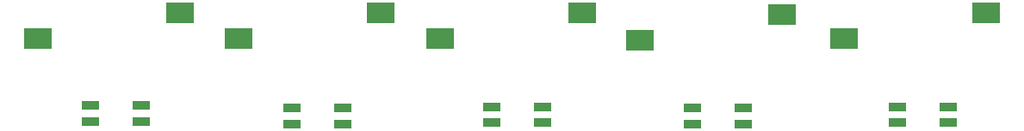
<source format=gbr>
G04 EAGLE Gerber RS-274X export*
G75*
%MOMM*%
%FSLAX34Y34*%
%LPD*%
%INSolderpaste Bottom*%
%IPPOS*%
%AMOC8*
5,1,8,0,0,1.08239X$1,22.5*%
G01*
%ADD10R,2.700000X2.000000*%
%ADD11R,1.800000X0.820000*%


D10*
X24080Y114300D03*
X163880Y139700D03*
X220930Y114300D03*
X360730Y139700D03*
X419050Y114300D03*
X558850Y139700D03*
X615900Y113030D03*
X755700Y138430D03*
X816560Y114300D03*
X956360Y139700D03*
D11*
X125330Y32900D03*
X125330Y48380D03*
X75330Y48380D03*
X75330Y32900D03*
X323450Y30360D03*
X323450Y45840D03*
X273450Y45840D03*
X273450Y30360D03*
X520300Y31630D03*
X520300Y47110D03*
X470300Y47110D03*
X470300Y31630D03*
X717150Y30360D03*
X717150Y45840D03*
X667150Y45840D03*
X667150Y30360D03*
X919080Y31630D03*
X919080Y47110D03*
X869080Y47110D03*
X869080Y31630D03*
M02*

</source>
